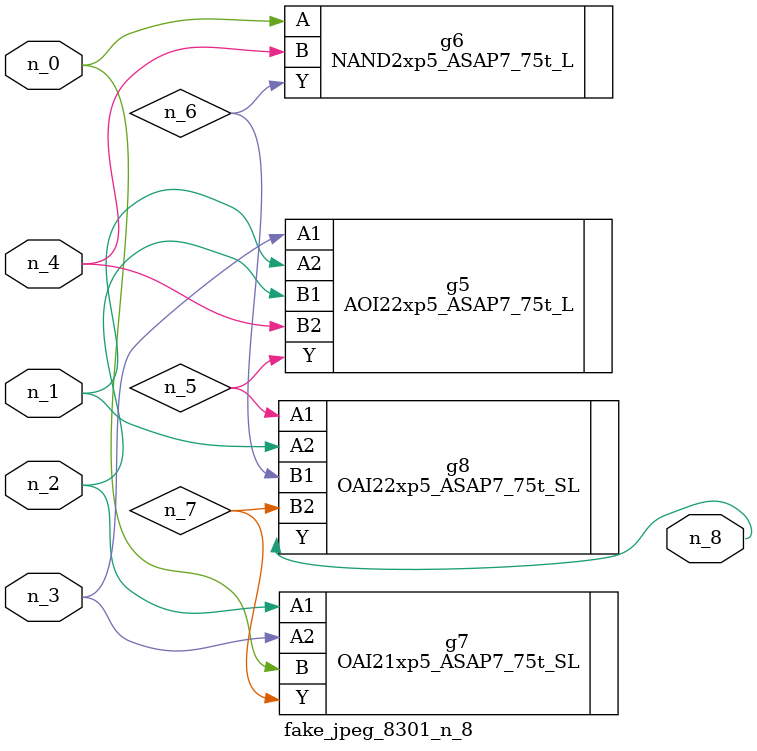
<source format=v>
module fake_jpeg_8301_n_8 (n_3, n_2, n_1, n_0, n_4, n_8);

input n_3;
input n_2;
input n_1;
input n_0;
input n_4;

output n_8;

wire n_6;
wire n_5;
wire n_7;

AOI22xp5_ASAP7_75t_L g5 ( 
.A1(n_3),
.A2(n_1),
.B1(n_2),
.B2(n_4),
.Y(n_5)
);

NAND2xp5_ASAP7_75t_L g6 ( 
.A(n_0),
.B(n_4),
.Y(n_6)
);

OAI21xp5_ASAP7_75t_SL g7 ( 
.A1(n_2),
.A2(n_3),
.B(n_0),
.Y(n_7)
);

OAI22xp5_ASAP7_75t_SL g8 ( 
.A1(n_5),
.A2(n_1),
.B1(n_6),
.B2(n_7),
.Y(n_8)
);


endmodule
</source>
